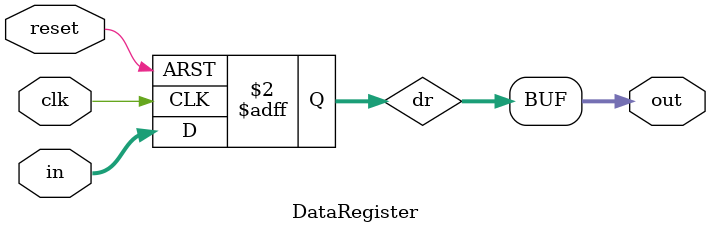
<source format=v>
module DataRegister (
    input clk,
    input reset,
    input [15:0] in,
    output [15:0] out
);

reg [15:0] dr;

always @(posedge clk, posedge reset) begin
    if (reset)
        dr <= 16'b0;
    else
        dr <= in;
end

assign out = dr;

endmodule
</source>
